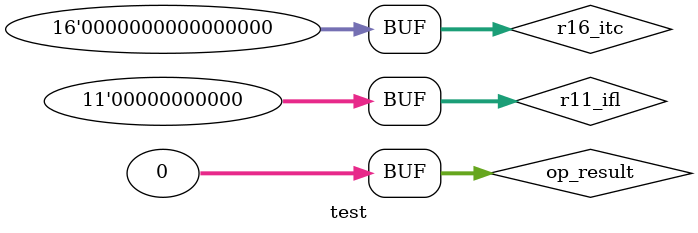
<source format=v>
/* FMULT_test.v
*
* Module: test
*
* Authors:
* Matthew Pendel
*
* Description:
* Testbench for MULT.
* Runs a random test.
*
* Revision History:
* _Rev #_	_Author(s)_	_Date_		_Changes_
* 1.00		All		02/25/2014	Testbench Created.
*
*/
module test;

`define NUM_VECTORS 1024

///////////////////////////////////////////
// Wire and Register Instantiations
//
wire  [15:0]   w16_otc;

reg   [10:0]  r11_ifl = 11'd0;
reg   [15:0]  r16_itc = 16'd0;

integer op_fl, op_tc, op_result = 0;
/*
///////////////////////////////////////////
// Module Instantiations
//
FMULT top (
  .I16_TC (r16_itc),
  .I11_FL (r11_ifl),
  .O16_TC (w16_otc)
);

///////////////////////////////////////////
// Functions
//
function [11:0] TC2FL(input integer a);
  integer mant, exp, sign;
  begin
    exp  = a % 10;
    mant = a >= 0 ? a : -a;
    sign = a <  0;
    TC2FL = {sign[0],exp[3:0],mant[5:0]};
  end
endfunction

///////////////////////////////////////////
// Vector Generation
//
initial
begin
  $timeformat(-9,2,"ns", 16);
`ifdef SDFSCAN
  $sdf_annotate("sdf/FMULT_tsmc18_scan.sdf", test.top);
`endif
  r11_ifl <= 11'd0;
  r16_itc <= 16'd0;
  op_fl <= 0;
  op_tc <= 0;
    // begin generation
  repeat (`NUM_VECTORS) begin
    op_fl <= $random % 16'hFFFF;
    op_tc <= $random % 16'hFFFF;
    #1 r16_itc <= op_tc;
    r11_ifl <= TC2FL(op_fl);
  end
  #10 $display("** Test Complete!");
  $finish;
end

///////////////////////////////////////////
// Validation
//
always @(r16_itc or r11_ifl or w16_otc)
begin
  op_result = ((op_tc * op_fl) + 48) / 16;
  #1 if (w16_otc != op_result) begin
      $display("** Output = %d when ITC = %d and IFL = %d", 
	w16_otc, op_tc, op_fl);
      $display("** Test Failed!");
`ifdef BREAKONERR 
      $stop;
`endif
    end 
`ifdef VERBOSE
      else $display("** Case ITC = %d, IFL = %d passed.", op_tc, op_fl);
`endif
end
*/
endmodule

</source>
